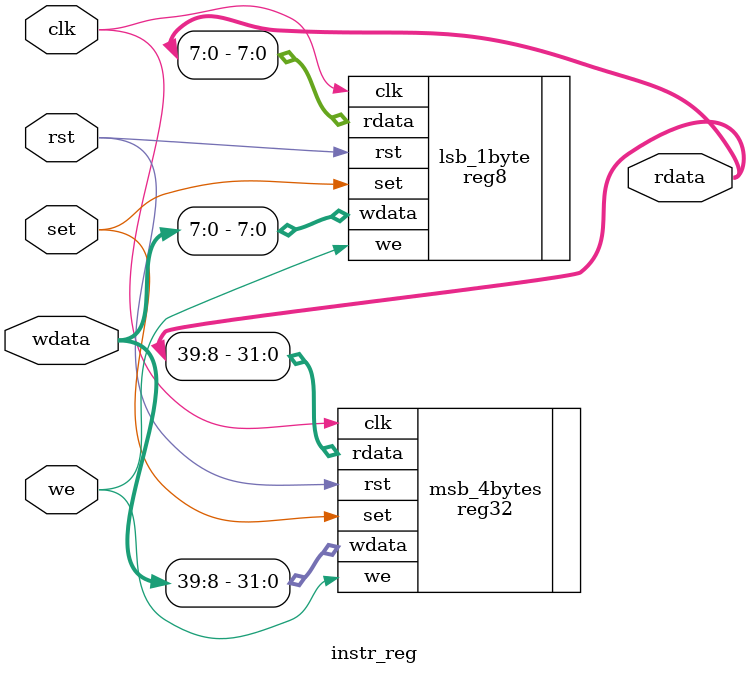
<source format=v>
module instr_reg(
    input wire clk,
    input wire set,
    input wire rst,
    input wire [39:0] wdata, //four byte
    input wire we, //write enable
    output wire [39:0] rdata
);

    reg32 msb_4bytes(
        .clk(clk),
        .set(set),
        .rst(rst),
        .wdata(wdata[39:8]), //four byte
        .we(we), //write enable
        .rdata(rdata[39:8])
    );

    reg8 lsb_1byte(
        .clk(clk),
        .set(set),
        .rst(rst),
        .wdata(wdata[7:0]), //four byte
        .we(we), //write enable
        .rdata(rdata[7:0])
    );

endmodule
</source>
